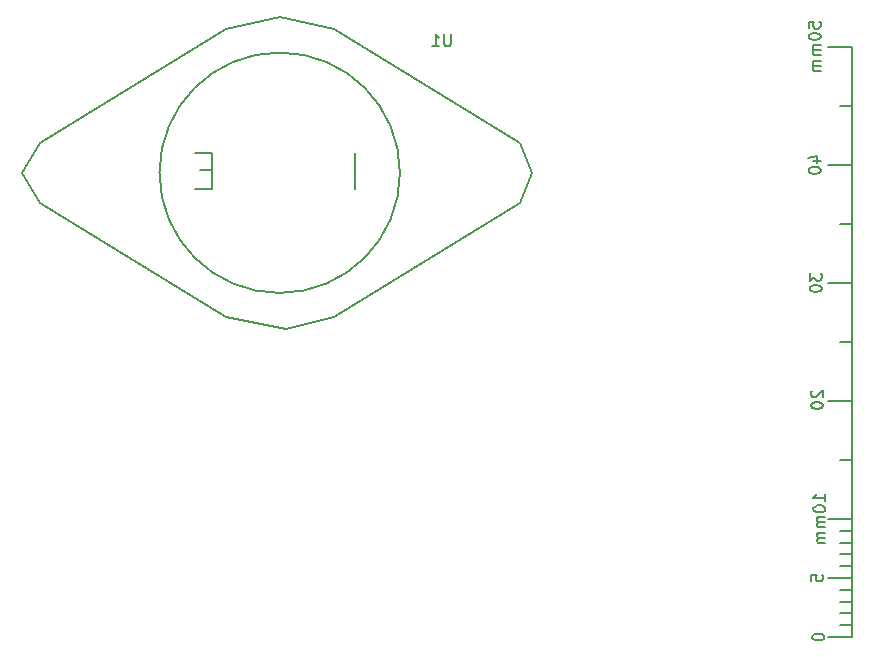
<source format=gbr>
G04 #@! TF.FileFunction,Legend,Bot*
%FSLAX46Y46*%
G04 Gerber Fmt 4.6, Leading zero omitted, Abs format (unit mm)*
G04 Created by KiCad (PCBNEW 4.0.2+dfsg1-stable) date Fri 11 Nov 2016 12:37:47 NZDT*
%MOMM*%
G01*
G04 APERTURE LIST*
%ADD10C,0.100000*%
%ADD11C,0.150000*%
G04 APERTURE END LIST*
D10*
D11*
X143918981Y-82398477D02*
X144934981Y-84938477D01*
X144934981Y-84938477D02*
X143918981Y-87478477D01*
X103278981Y-82398477D02*
X101754981Y-84938477D01*
X101754981Y-84938477D02*
X103278981Y-87478477D01*
X128170981Y-72746477D02*
X123598981Y-71730477D01*
X123598981Y-71730477D02*
X119026981Y-72746477D01*
X128170981Y-72746477D02*
X143918981Y-82398477D01*
X119026981Y-72746477D02*
X103278981Y-82398477D01*
X119026981Y-97130477D02*
X103278981Y-87478477D01*
X128170981Y-97130477D02*
X143918981Y-87478477D01*
X119026981Y-97130477D02*
X124106981Y-98146477D01*
X124106981Y-98146477D02*
X128170981Y-97130477D01*
X133778805Y-84938477D02*
G75*
G03X133778805Y-84938477I-10179824J0D01*
G01*
X172038981Y-114253497D02*
X172038981Y-74253577D01*
X172038981Y-74253577D02*
X170040001Y-74253577D01*
X172038981Y-79252297D02*
X171038221Y-79252297D01*
X172038981Y-84253557D02*
X170040001Y-84253557D01*
X172038981Y-89252277D02*
X171038221Y-89252277D01*
X172038981Y-94253537D02*
X170040001Y-94253537D01*
X172038981Y-99252257D02*
X171038221Y-99252257D01*
X172038981Y-104253517D02*
X170040001Y-104253517D01*
X172038981Y-109252237D02*
X171038221Y-109252237D01*
X172038981Y-115254257D02*
X171038221Y-115254257D01*
X172038981Y-116252477D02*
X171038221Y-116252477D01*
X172038981Y-117253237D02*
X171038221Y-117253237D01*
X172038981Y-118253997D02*
X171038221Y-118253997D01*
X172038981Y-120252977D02*
X171038221Y-120252977D01*
X172038981Y-121253737D02*
X171038221Y-121253737D01*
X172038981Y-122254497D02*
X171038221Y-122254497D01*
X172038981Y-123252717D02*
X171038221Y-123252717D01*
X172038981Y-119252217D02*
X170040001Y-119252217D01*
X172038981Y-124253477D02*
X170040001Y-124253477D01*
X172038981Y-124253477D02*
X172038981Y-114253497D01*
X172038981Y-114253497D02*
X170040001Y-114253497D01*
X138076886Y-73214858D02*
X138076886Y-74024382D01*
X138029267Y-74119620D01*
X137981648Y-74167239D01*
X137886410Y-74214858D01*
X137695933Y-74214858D01*
X137600695Y-74167239D01*
X137553076Y-74119620D01*
X137505457Y-74024382D01*
X137505457Y-73214858D01*
X136505457Y-74214858D02*
X137076886Y-74214858D01*
X136791172Y-74214858D02*
X136791172Y-73214858D01*
X136886410Y-73357715D01*
X136981648Y-73452953D01*
X137076886Y-73500572D01*
X129948980Y-86295620D02*
X129948980Y-83295620D01*
X117891838Y-84724191D02*
X116891838Y-84724191D01*
X116463267Y-86295620D02*
X117891838Y-86295620D01*
X117891838Y-83295620D01*
X116463267Y-83295620D01*
X168390022Y-72682149D02*
X168390022Y-72205958D01*
X168866212Y-72158339D01*
X168818593Y-72205958D01*
X168770974Y-72301196D01*
X168770974Y-72539292D01*
X168818593Y-72634530D01*
X168866212Y-72682149D01*
X168961451Y-72729768D01*
X169199546Y-72729768D01*
X169294784Y-72682149D01*
X169342403Y-72634530D01*
X169390022Y-72539292D01*
X169390022Y-72301196D01*
X169342403Y-72205958D01*
X169294784Y-72158339D01*
X168390022Y-73348815D02*
X168390022Y-73444054D01*
X168437641Y-73539292D01*
X168485260Y-73586911D01*
X168580498Y-73634530D01*
X168770974Y-73682149D01*
X169009070Y-73682149D01*
X169199546Y-73634530D01*
X169294784Y-73586911D01*
X169342403Y-73539292D01*
X169390022Y-73444054D01*
X169390022Y-73348815D01*
X169342403Y-73253577D01*
X169294784Y-73205958D01*
X169199546Y-73158339D01*
X169009070Y-73110720D01*
X168770974Y-73110720D01*
X168580498Y-73158339D01*
X168485260Y-73205958D01*
X168437641Y-73253577D01*
X168390022Y-73348815D01*
X169390022Y-74110720D02*
X168723355Y-74110720D01*
X168818593Y-74110720D02*
X168770974Y-74158339D01*
X168723355Y-74253577D01*
X168723355Y-74396435D01*
X168770974Y-74491673D01*
X168866212Y-74539292D01*
X169390022Y-74539292D01*
X168866212Y-74539292D02*
X168770974Y-74586911D01*
X168723355Y-74682149D01*
X168723355Y-74825006D01*
X168770974Y-74920244D01*
X168866212Y-74967863D01*
X169390022Y-74967863D01*
X169390022Y-75444053D02*
X168723355Y-75444053D01*
X168818593Y-75444053D02*
X168770974Y-75491672D01*
X168723355Y-75586910D01*
X168723355Y-75729768D01*
X168770974Y-75825006D01*
X168866212Y-75872625D01*
X169390022Y-75872625D01*
X168866212Y-75872625D02*
X168770974Y-75920244D01*
X168723355Y-76015482D01*
X168723355Y-76158339D01*
X168770974Y-76253577D01*
X168866212Y-76301196D01*
X169390022Y-76301196D01*
X168723355Y-83967843D02*
X169390022Y-83967843D01*
X168342403Y-83729747D02*
X169056689Y-83491652D01*
X169056689Y-84110700D01*
X168390022Y-84682128D02*
X168390022Y-84777367D01*
X168437641Y-84872605D01*
X168485260Y-84920224D01*
X168580498Y-84967843D01*
X168770974Y-85015462D01*
X169009070Y-85015462D01*
X169199546Y-84967843D01*
X169294784Y-84920224D01*
X169342403Y-84872605D01*
X169390022Y-84777367D01*
X169390022Y-84682128D01*
X169342403Y-84586890D01*
X169294784Y-84539271D01*
X169199546Y-84491652D01*
X169009070Y-84444033D01*
X168770974Y-84444033D01*
X168580498Y-84491652D01*
X168485260Y-84539271D01*
X168437641Y-84586890D01*
X168390022Y-84682128D01*
X168491622Y-93444013D02*
X168491622Y-94063061D01*
X168872574Y-93729727D01*
X168872574Y-93872585D01*
X168920193Y-93967823D01*
X168967812Y-94015442D01*
X169063051Y-94063061D01*
X169301146Y-94063061D01*
X169396384Y-94015442D01*
X169444003Y-93967823D01*
X169491622Y-93872585D01*
X169491622Y-93586870D01*
X169444003Y-93491632D01*
X169396384Y-93444013D01*
X168491622Y-94682108D02*
X168491622Y-94777347D01*
X168539241Y-94872585D01*
X168586860Y-94920204D01*
X168682098Y-94967823D01*
X168872574Y-95015442D01*
X169110670Y-95015442D01*
X169301146Y-94967823D01*
X169396384Y-94920204D01*
X169444003Y-94872585D01*
X169491622Y-94777347D01*
X169491622Y-94682108D01*
X169444003Y-94586870D01*
X169396384Y-94539251D01*
X169301146Y-94491632D01*
X169110670Y-94444013D01*
X168872574Y-94444013D01*
X168682098Y-94491632D01*
X168586860Y-94539251D01*
X168539241Y-94586870D01*
X168491622Y-94682108D01*
X168685920Y-103392552D02*
X168638301Y-103440171D01*
X168590682Y-103535409D01*
X168590682Y-103773505D01*
X168638301Y-103868743D01*
X168685920Y-103916362D01*
X168781158Y-103963981D01*
X168876396Y-103963981D01*
X169019253Y-103916362D01*
X169590682Y-103344933D01*
X169590682Y-103963981D01*
X168590682Y-104583028D02*
X168590682Y-104678267D01*
X168638301Y-104773505D01*
X168685920Y-104821124D01*
X168781158Y-104868743D01*
X168971634Y-104916362D01*
X169209730Y-104916362D01*
X169400206Y-104868743D01*
X169495444Y-104821124D01*
X169543063Y-104773505D01*
X169590682Y-104678267D01*
X169590682Y-104583028D01*
X169543063Y-104487790D01*
X169495444Y-104440171D01*
X169400206Y-104392552D01*
X169209730Y-104344933D01*
X168971634Y-104344933D01*
X168781158Y-104392552D01*
X168685920Y-104440171D01*
X168638301Y-104487790D01*
X168590682Y-104583028D01*
X168590682Y-119492853D02*
X168590682Y-119016662D01*
X169066872Y-118969043D01*
X169019253Y-119016662D01*
X168971634Y-119111900D01*
X168971634Y-119349996D01*
X169019253Y-119445234D01*
X169066872Y-119492853D01*
X169162111Y-119540472D01*
X169400206Y-119540472D01*
X169495444Y-119492853D01*
X169543063Y-119445234D01*
X169590682Y-119349996D01*
X169590682Y-119111900D01*
X169543063Y-119016662D01*
X169495444Y-118969043D01*
X168692282Y-124205858D02*
X168692282Y-124301097D01*
X168739901Y-124396335D01*
X168787520Y-124443954D01*
X168882758Y-124491573D01*
X169073234Y-124539192D01*
X169311330Y-124539192D01*
X169501806Y-124491573D01*
X169597044Y-124443954D01*
X169644663Y-124396335D01*
X169692282Y-124301097D01*
X169692282Y-124205858D01*
X169644663Y-124110620D01*
X169597044Y-124063001D01*
X169501806Y-124015382D01*
X169311330Y-123967763D01*
X169073234Y-123967763D01*
X168882758Y-124015382D01*
X168787520Y-124063001D01*
X168739901Y-124110620D01*
X168692282Y-124205858D01*
X169791342Y-112729688D02*
X169791342Y-112158259D01*
X169791342Y-112443973D02*
X168791342Y-112443973D01*
X168934199Y-112348735D01*
X169029437Y-112253497D01*
X169077056Y-112158259D01*
X168791342Y-113348735D02*
X168791342Y-113443974D01*
X168838961Y-113539212D01*
X168886580Y-113586831D01*
X168981818Y-113634450D01*
X169172294Y-113682069D01*
X169410390Y-113682069D01*
X169600866Y-113634450D01*
X169696104Y-113586831D01*
X169743723Y-113539212D01*
X169791342Y-113443974D01*
X169791342Y-113348735D01*
X169743723Y-113253497D01*
X169696104Y-113205878D01*
X169600866Y-113158259D01*
X169410390Y-113110640D01*
X169172294Y-113110640D01*
X168981818Y-113158259D01*
X168886580Y-113205878D01*
X168838961Y-113253497D01*
X168791342Y-113348735D01*
X169791342Y-114110640D02*
X169124675Y-114110640D01*
X169219913Y-114110640D02*
X169172294Y-114158259D01*
X169124675Y-114253497D01*
X169124675Y-114396355D01*
X169172294Y-114491593D01*
X169267532Y-114539212D01*
X169791342Y-114539212D01*
X169267532Y-114539212D02*
X169172294Y-114586831D01*
X169124675Y-114682069D01*
X169124675Y-114824926D01*
X169172294Y-114920164D01*
X169267532Y-114967783D01*
X169791342Y-114967783D01*
X169791342Y-115443973D02*
X169124675Y-115443973D01*
X169219913Y-115443973D02*
X169172294Y-115491592D01*
X169124675Y-115586830D01*
X169124675Y-115729688D01*
X169172294Y-115824926D01*
X169267532Y-115872545D01*
X169791342Y-115872545D01*
X169267532Y-115872545D02*
X169172294Y-115920164D01*
X169124675Y-116015402D01*
X169124675Y-116158259D01*
X169172294Y-116253497D01*
X169267532Y-116301116D01*
X169791342Y-116301116D01*
M02*

</source>
